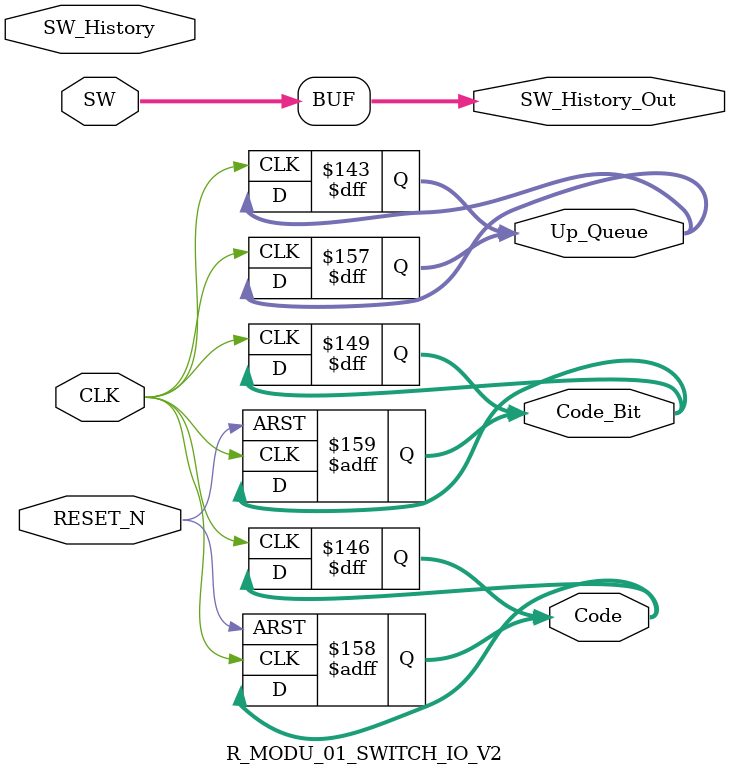
<source format=v>
`timescale 1ns / 1ps


module R_MODU_01_SWITCH_IO_V2(
	input CLK,
	input RESET_N,
	input [9:0] SW,
	input [9:0] SW_History,

	output reg [7:0] Up_Queue,
	output wire [9:0] SW_History_Out,
	output reg [15:0] Code,
	output reg [2:0] Code_Bit
	);

	////R£ºÄÚ²¿ÐÅºÅ
	//R£ºÑ­»·¼ÆÊýÆ÷
  reg [3:0] i;
  //R£º±È½Ï½á¹û±êÖ¾ Flag£¬×¢Òâ´Ë´¦£¬¶ÔÓÚÃ¿Ò»¸ö SW µÄ¸Ä±ä¶¼×öÏàÓ¦µÄ¼ÇÂ¼
	//R£ºÊµ¼ÊÉÏÊÇ£¬10 ¡Á SW£¬Ã¿¸ö SW ÐèÒªÓÃ [1:0] ½øÐÐ±íÕ÷£¬Ò»¹² 20 bit
  reg [19:0] j;
	//R£ºÉ¨ÃèÐÅºÅ¼ÆÊýÆ÷£¬¶ÔÓÚÊ®¸ö SW ¼ä¸ôÊ±ÖÓÖÜÆÚÉ¨Ãè£¬ÓÃÓÚ´¦Àí³åÍ»µÄÎÊÌâ
	reg [3:0] k;

  parameter Byte = 4;
	parameter Mod = 10;
  //R£º¶ÔÓ¦ j µÄ¸÷ÖÖÇé¿ö£¬default µÄÇé¿ö°üº¬ Down ºÍÆäËûÎ´Öª¸ÉÈÅ
  parameter Up = 1;
  parameter Down = 0; 

	//R£ºµÚÒ»¸ö always ¿é£¬ÓÃÓÚµçÆ½ÐÅºÅµÄ¼ì³ö
	always @ (posedge CLK or negedge RESET_N)
	begin
		if(!RESET_N)   //R£ºÏµÍ³ Í¬²½ RESET_N µÄº¬Òå£¬½«ÄÚ²¿µÄÊý¾ÝÈ«²¿ÖÃÎª³õÊ¼Ì¬
			begin
				//R£ºÓ²¼þ×´Ì¬¼ÇÂ¼±£³Ö²»±ä£¬ÕâÑùÍ¬²½ RESET_N Ö®ºóÀûÓÃ Ó²¼þ×´Ì¬ ÊµÊ©µÄ ³åÍ»/Ã¬¶Ü´¦Àí ²ÅÊÇÓÐÐ§µÄ
				Up_Queue <= Up_Queue;
				//R£º×¢Òâ Code µÄ³õÊ¼Ì¬²¢²»´æÔÚÓÚÃÜÂëµÄ×Ü¼¯ÖÐ£¬ÓÉÓÚÖ»ÓÐËÄÎ»×ÜÏß£¬È¡ÕâÒ»¸öÌØÊâÖµÒ²ÊÇ¿ÉÒÔµÄ
				Code <= 16'hffff; 
				Code_Bit <= 3'b0;
				//R£º¶ÔÓÚÄÚ²¿ÐÅºÅ£¬ÔÚÊÕµ½Í¬²½¸´Î»Ò²ÐèÒª½øÐÐ¸´Î»
				i <= 4'b0;
				j <= 20'b0;
			end
		else
			begin
				for ( i = 0; i <= 9 ; i = i + 1)
					begin
						if (SW[i] > SW_History[i]) 
						j[(i * Byte/2) +: Byte/2] <= 1;
						else if (SW[i] < SW_History[i]) 
						j[(i * Byte/2) +: Byte/2] <= 0;
						else 
						j[(i * Byte/2) +: Byte/2] <= 2;
					end
			end
	end

	//R£ºµÚ¶þ¸ö always ¿é£¬½«ËùÓÐµÄµçÆ½±ä»¯¼ì³öºó£¬¿ªÊ¼°´Ê±¼ä½øÐÐÉ¨Ãè£¬¼æÈÝÊý¾ÝÒëÂë & ³åÍ»´¦Àí
	always @ (posedge CLK or negedge RESET_N) 
	begin
		if(!RESET_N)    //R£º×¢ÒâÔÚÉ¨ÃèÖÐ£¬RESET_N ÐÅºÅµÄº¬Òå£¬ÊÇ´ÓÍ·¿ªÊ¼É¨Ãè¡£
			begin         //R£º×¢ÒâÁ½¸ö always ¿é²¢ÐÐ£¬µÚÒ»¸ö¿éÖÐ ÔÚRESET_N ´¦Àí¹ýµÄÐÅºÅ´Ë´¦²»ÐèÒªÖØ¸´´¦Àí£¬ÄÇÃ´Ö»ÐèÒª´¦ÀíÉ¨Ãè¼ÆÊýÆ÷
				k <= 4'b0;
			end
		else
			begin     //R£ºÃ¿´ÎÊ±ÖÓ´¥·¢Ò»´Î¼ÆÊý£¬mod 10£¬´Ó¶ø k µÄÈ¡Öµ·¶Î§ [0~9]£¬¿ÉÒÔ²»¶ÏÖØ¸´É¨Ãè
				case (j[(k * Byte/2) +: Byte/2])
					"Up": 
						begin
							if(Up_Queue[3:0] == 4'd0) //R£ºUp µÄ SW ÊýÁ¿ == 0£¬ÒÑ¾­³õÊ¼»¯×öºÃÁË½ÓÊÕÐÂ Up µÄ×¼±¸
                begin 
                  if(0 <= Code_Bit < 4)//R£ºÒÑ³õÊ¼»¯ && Õý³£ÊäÈë×´Ì¬ == ¿ÉÒÔÂ¼Èë
                    begin
                      //R:´¦ÀíÍâ²¿Ó²¼þ×´Ì¬£¬i.e.£¬Up_Queue
											//R:½ÓÊÕÐÂµÄ Up
                      Up_Queue[7:4] <= i; 
											//R: Up ¶ÓÁÐÈë¶Ó¼ÆÊý++
                      Up_Queue[3:0] <= Up_Queue[3:0] + 1;
                      //R£º¸üÐÂÄÚ²¿ÐÅºÅ×´Ì¬£¬i.e.£¬ÊµÏÖ I/O
											//R£º½øÒ»Î»£¬×¼±¸Â¼Èë
                      Code_Bit <= Code_Bit + 1;
											//R£º°´ÕÕ i µÄÇé¿ö°´Î»Â¼ÈëÏàÓ¦µÄÃÜÂë
                      Code[(Code_Bit * Byte - 1) -:Byte] <= Up_Queue[7:4];
                    end
                  else//R£ºÒÑ³õÊ¼»¯ && ³¬³öÊäÈëÎ»Êý£¨Ð¡ÓÚ0 / ´óÓÚµÈÓÚ4£© == Ó²¼þÓÐ¸Ä±ä µ«²»ÄÜÂ¼Èë
                    begin
                      //R£ºÍâ²¿Ó²¼þ×´Ì¬ÈÔÐèÒª´¦Àí£¬Ö»²»¹ýÄÚ²¿ÐÅºÅ²»×öÏàÓ¦µÄ¸üÐÂ
											//R:½ÓÊÕÐÂµÄ Up£¬×¢Òâ£¡½ÓÊÕ²»½ÓÊÕ Up ÊÇÓÉ Up_Queue[3:0] ¾ö¶¨
                      Up_Queue[7:4] <= i;
											//R: Up ¶ÓÁÐÈë¶Ó¼ÆÊý++
                      Up_Queue[3:0] <= Up_Queue[3:0] + 1;
                      //R£º²»¸üÐÂÄÚ²¿ I/O
                      Code_Bit <= Code_Bit;
                      Code <= Code;
                    end
                end
							else    //R£º´ËÇ°ÒÑ¾­ÓÐ Up µÄ SW£¬¸ù±¾²»ÓÃ Code_Bit ×Ô¼ì£¬Ö±½ÓËøËÀÄÚ²¿ I/O
								      //R£ºµ«Íâ²¿Ó²¼þ×´Ì¬»¹ÊÇÐèÒª¼ÇÂ¼µÄ
								begin
									Up_Queue[7:4] <= Up_Queue[7:4];//R:²»½ÓÊÕÐÂµÄ Up 
									Up_Queue[3:0] <= Up_Queue[3:0] + 1;//R: µ«ÈÔÒª¸üÐÂ Up Èë¶Ó¼ÆÊý
									//R£º²»¸üÐÂÄÚ²¿ I/O
									Code_Bit <= Code_Bit;
									Code <= Code;
								end
						end
					"Down":
						begin
							Code_Bit <= Code_Bit;
              Code <= Code;
              if((Up_Queue[3:0] == 4'd0) || (Up_Queue[3:0] == 4'd1))
                begin
                  Up_Queue[3:0] <= 4'd0;
                  Up_Queue[7:4] <= 4'hF;
                end
              else
                begin
                  Up_Queue[3:0] <= Up_Queue[3:0] - 1;
                  Up_Queue[7:4] <= Up_Queue[7:4];
                end
						end
					default://R£ºÄ³¸ö SW ²»±äµÄÇé¿ö£¬Íâ²¿Ó²¼þ×´Ì¬ & ÄÚ²¿ I/O ¶¼²»×ö¸Ä±ä
            begin
              Up_Queue <= Up_Queue;
              Code_Bit <= Code_Bit;
              Code <= Code;
            end 
				endcase
				//R£ºÇÐ»»µ½ÏÂÒ»Î»½øÐÐÉ¨Ãè£¬ËùÒÔ½øÈë case Æ¥ÅäµÄ k£¬¾ÍÊÇµ±Ç°ÕýÒªÉ¨Ãè´¦ÀíµÄ bit
				k <= (k + 1) % Mod;
			end
	end

  //R£º´Ë assign ÓëÉÏÃæµÄ always ²¢ÐÐ£¬Êµ¼ÊÉÏÖ»ÊÇ±ÜÃâÐÞ¸Ä input SW£¬ËùÒÔµ¥¶ÀÉèÖÃÐÅºÅ½«ÆäÒý³ö
  assign SW_History_Out = SW;
endmodule

</source>
